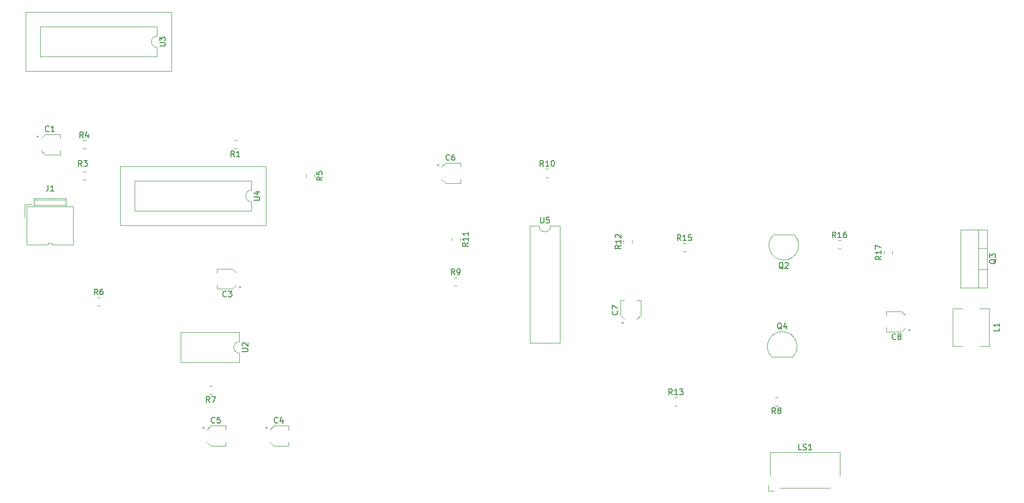
<source format=gbr>
%TF.GenerationSoftware,KiCad,Pcbnew,8.0.8*%
%TF.CreationDate,2026-01-13T22:52:37+05:30*%
%TF.ProjectId,pre audio amplifier,70726520-6175-4646-996f-20616d706c69,rev?*%
%TF.SameCoordinates,Original*%
%TF.FileFunction,Legend,Top*%
%TF.FilePolarity,Positive*%
%FSLAX46Y46*%
G04 Gerber Fmt 4.6, Leading zero omitted, Abs format (unit mm)*
G04 Created by KiCad (PCBNEW 8.0.8) date 2026-01-13 22:52:37*
%MOMM*%
%LPD*%
G01*
G04 APERTURE LIST*
%ADD10C,0.150000*%
%ADD11C,0.120000*%
G04 APERTURE END LIST*
D10*
X98333333Y-82159580D02*
X98285714Y-82207200D01*
X98285714Y-82207200D02*
X98142857Y-82254819D01*
X98142857Y-82254819D02*
X98047619Y-82254819D01*
X98047619Y-82254819D02*
X97904762Y-82207200D01*
X97904762Y-82207200D02*
X97809524Y-82111961D01*
X97809524Y-82111961D02*
X97761905Y-82016723D01*
X97761905Y-82016723D02*
X97714286Y-81826247D01*
X97714286Y-81826247D02*
X97714286Y-81683390D01*
X97714286Y-81683390D02*
X97761905Y-81492914D01*
X97761905Y-81492914D02*
X97809524Y-81397676D01*
X97809524Y-81397676D02*
X97904762Y-81302438D01*
X97904762Y-81302438D02*
X98047619Y-81254819D01*
X98047619Y-81254819D02*
X98142857Y-81254819D01*
X98142857Y-81254819D02*
X98285714Y-81302438D01*
X98285714Y-81302438D02*
X98333333Y-81350057D01*
X99190476Y-81254819D02*
X99000000Y-81254819D01*
X99000000Y-81254819D02*
X98904762Y-81302438D01*
X98904762Y-81302438D02*
X98857143Y-81350057D01*
X98857143Y-81350057D02*
X98761905Y-81492914D01*
X98761905Y-81492914D02*
X98714286Y-81683390D01*
X98714286Y-81683390D02*
X98714286Y-82064342D01*
X98714286Y-82064342D02*
X98761905Y-82159580D01*
X98761905Y-82159580D02*
X98809524Y-82207200D01*
X98809524Y-82207200D02*
X98904762Y-82254819D01*
X98904762Y-82254819D02*
X99095238Y-82254819D01*
X99095238Y-82254819D02*
X99190476Y-82207200D01*
X99190476Y-82207200D02*
X99238095Y-82159580D01*
X99238095Y-82159580D02*
X99285714Y-82064342D01*
X99285714Y-82064342D02*
X99285714Y-81826247D01*
X99285714Y-81826247D02*
X99238095Y-81731009D01*
X99238095Y-81731009D02*
X99190476Y-81683390D01*
X99190476Y-81683390D02*
X99095238Y-81635771D01*
X99095238Y-81635771D02*
X98904762Y-81635771D01*
X98904762Y-81635771D02*
X98809524Y-81683390D01*
X98809524Y-81683390D02*
X98761905Y-81731009D01*
X98761905Y-81731009D02*
X98714286Y-81826247D01*
X176333333Y-113559580D02*
X176285714Y-113607200D01*
X176285714Y-113607200D02*
X176142857Y-113654819D01*
X176142857Y-113654819D02*
X176047619Y-113654819D01*
X176047619Y-113654819D02*
X175904762Y-113607200D01*
X175904762Y-113607200D02*
X175809524Y-113511961D01*
X175809524Y-113511961D02*
X175761905Y-113416723D01*
X175761905Y-113416723D02*
X175714286Y-113226247D01*
X175714286Y-113226247D02*
X175714286Y-113083390D01*
X175714286Y-113083390D02*
X175761905Y-112892914D01*
X175761905Y-112892914D02*
X175809524Y-112797676D01*
X175809524Y-112797676D02*
X175904762Y-112702438D01*
X175904762Y-112702438D02*
X176047619Y-112654819D01*
X176047619Y-112654819D02*
X176142857Y-112654819D01*
X176142857Y-112654819D02*
X176285714Y-112702438D01*
X176285714Y-112702438D02*
X176333333Y-112750057D01*
X176904762Y-113083390D02*
X176809524Y-113035771D01*
X176809524Y-113035771D02*
X176761905Y-112988152D01*
X176761905Y-112988152D02*
X176714286Y-112892914D01*
X176714286Y-112892914D02*
X176714286Y-112845295D01*
X176714286Y-112845295D02*
X176761905Y-112750057D01*
X176761905Y-112750057D02*
X176809524Y-112702438D01*
X176809524Y-112702438D02*
X176904762Y-112654819D01*
X176904762Y-112654819D02*
X177095238Y-112654819D01*
X177095238Y-112654819D02*
X177190476Y-112702438D01*
X177190476Y-112702438D02*
X177238095Y-112750057D01*
X177238095Y-112750057D02*
X177285714Y-112845295D01*
X177285714Y-112845295D02*
X177285714Y-112892914D01*
X177285714Y-112892914D02*
X177238095Y-112988152D01*
X177238095Y-112988152D02*
X177190476Y-113035771D01*
X177190476Y-113035771D02*
X177095238Y-113083390D01*
X177095238Y-113083390D02*
X176904762Y-113083390D01*
X176904762Y-113083390D02*
X176809524Y-113131009D01*
X176809524Y-113131009D02*
X176761905Y-113178628D01*
X176761905Y-113178628D02*
X176714286Y-113273866D01*
X176714286Y-113273866D02*
X176714286Y-113464342D01*
X176714286Y-113464342D02*
X176761905Y-113559580D01*
X176761905Y-113559580D02*
X176809524Y-113607200D01*
X176809524Y-113607200D02*
X176904762Y-113654819D01*
X176904762Y-113654819D02*
X177095238Y-113654819D01*
X177095238Y-113654819D02*
X177190476Y-113607200D01*
X177190476Y-113607200D02*
X177238095Y-113559580D01*
X177238095Y-113559580D02*
X177285714Y-113464342D01*
X177285714Y-113464342D02*
X177285714Y-113273866D01*
X177285714Y-113273866D02*
X177238095Y-113178628D01*
X177238095Y-113178628D02*
X177190476Y-113131009D01*
X177190476Y-113131009D02*
X177095238Y-113083390D01*
X194404819Y-111666666D02*
X194404819Y-112142856D01*
X194404819Y-112142856D02*
X193404819Y-112142856D01*
X194404819Y-110809523D02*
X194404819Y-111380951D01*
X194404819Y-111095237D02*
X193404819Y-111095237D01*
X193404819Y-111095237D02*
X193547676Y-111190475D01*
X193547676Y-111190475D02*
X193642914Y-111285713D01*
X193642914Y-111285713D02*
X193690533Y-111380951D01*
X59333333Y-106059580D02*
X59285714Y-106107200D01*
X59285714Y-106107200D02*
X59142857Y-106154819D01*
X59142857Y-106154819D02*
X59047619Y-106154819D01*
X59047619Y-106154819D02*
X58904762Y-106107200D01*
X58904762Y-106107200D02*
X58809524Y-106011961D01*
X58809524Y-106011961D02*
X58761905Y-105916723D01*
X58761905Y-105916723D02*
X58714286Y-105726247D01*
X58714286Y-105726247D02*
X58714286Y-105583390D01*
X58714286Y-105583390D02*
X58761905Y-105392914D01*
X58761905Y-105392914D02*
X58809524Y-105297676D01*
X58809524Y-105297676D02*
X58904762Y-105202438D01*
X58904762Y-105202438D02*
X59047619Y-105154819D01*
X59047619Y-105154819D02*
X59142857Y-105154819D01*
X59142857Y-105154819D02*
X59285714Y-105202438D01*
X59285714Y-105202438D02*
X59333333Y-105250057D01*
X59666667Y-105154819D02*
X60285714Y-105154819D01*
X60285714Y-105154819D02*
X59952381Y-105535771D01*
X59952381Y-105535771D02*
X60095238Y-105535771D01*
X60095238Y-105535771D02*
X60190476Y-105583390D01*
X60190476Y-105583390D02*
X60238095Y-105631009D01*
X60238095Y-105631009D02*
X60285714Y-105726247D01*
X60285714Y-105726247D02*
X60285714Y-105964342D01*
X60285714Y-105964342D02*
X60238095Y-106059580D01*
X60238095Y-106059580D02*
X60190476Y-106107200D01*
X60190476Y-106107200D02*
X60095238Y-106154819D01*
X60095238Y-106154819D02*
X59809524Y-106154819D01*
X59809524Y-106154819D02*
X59714286Y-106107200D01*
X59714286Y-106107200D02*
X59666667Y-106059580D01*
X165857142Y-95804819D02*
X165523809Y-95328628D01*
X165285714Y-95804819D02*
X165285714Y-94804819D01*
X165285714Y-94804819D02*
X165666666Y-94804819D01*
X165666666Y-94804819D02*
X165761904Y-94852438D01*
X165761904Y-94852438D02*
X165809523Y-94900057D01*
X165809523Y-94900057D02*
X165857142Y-94995295D01*
X165857142Y-94995295D02*
X165857142Y-95138152D01*
X165857142Y-95138152D02*
X165809523Y-95233390D01*
X165809523Y-95233390D02*
X165761904Y-95281009D01*
X165761904Y-95281009D02*
X165666666Y-95328628D01*
X165666666Y-95328628D02*
X165285714Y-95328628D01*
X166809523Y-95804819D02*
X166238095Y-95804819D01*
X166523809Y-95804819D02*
X166523809Y-94804819D01*
X166523809Y-94804819D02*
X166428571Y-94947676D01*
X166428571Y-94947676D02*
X166333333Y-95042914D01*
X166333333Y-95042914D02*
X166238095Y-95090533D01*
X167666666Y-94804819D02*
X167476190Y-94804819D01*
X167476190Y-94804819D02*
X167380952Y-94852438D01*
X167380952Y-94852438D02*
X167333333Y-94900057D01*
X167333333Y-94900057D02*
X167238095Y-95042914D01*
X167238095Y-95042914D02*
X167190476Y-95233390D01*
X167190476Y-95233390D02*
X167190476Y-95614342D01*
X167190476Y-95614342D02*
X167238095Y-95709580D01*
X167238095Y-95709580D02*
X167285714Y-95757200D01*
X167285714Y-95757200D02*
X167380952Y-95804819D01*
X167380952Y-95804819D02*
X167571428Y-95804819D01*
X167571428Y-95804819D02*
X167666666Y-95757200D01*
X167666666Y-95757200D02*
X167714285Y-95709580D01*
X167714285Y-95709580D02*
X167761904Y-95614342D01*
X167761904Y-95614342D02*
X167761904Y-95376247D01*
X167761904Y-95376247D02*
X167714285Y-95281009D01*
X167714285Y-95281009D02*
X167666666Y-95233390D01*
X167666666Y-95233390D02*
X167571428Y-95185771D01*
X167571428Y-95185771D02*
X167380952Y-95185771D01*
X167380952Y-95185771D02*
X167285714Y-95233390D01*
X167285714Y-95233390D02*
X167238095Y-95281009D01*
X167238095Y-95281009D02*
X167190476Y-95376247D01*
X57333333Y-128159580D02*
X57285714Y-128207200D01*
X57285714Y-128207200D02*
X57142857Y-128254819D01*
X57142857Y-128254819D02*
X57047619Y-128254819D01*
X57047619Y-128254819D02*
X56904762Y-128207200D01*
X56904762Y-128207200D02*
X56809524Y-128111961D01*
X56809524Y-128111961D02*
X56761905Y-128016723D01*
X56761905Y-128016723D02*
X56714286Y-127826247D01*
X56714286Y-127826247D02*
X56714286Y-127683390D01*
X56714286Y-127683390D02*
X56761905Y-127492914D01*
X56761905Y-127492914D02*
X56809524Y-127397676D01*
X56809524Y-127397676D02*
X56904762Y-127302438D01*
X56904762Y-127302438D02*
X57047619Y-127254819D01*
X57047619Y-127254819D02*
X57142857Y-127254819D01*
X57142857Y-127254819D02*
X57285714Y-127302438D01*
X57285714Y-127302438D02*
X57333333Y-127350057D01*
X58238095Y-127254819D02*
X57761905Y-127254819D01*
X57761905Y-127254819D02*
X57714286Y-127731009D01*
X57714286Y-127731009D02*
X57761905Y-127683390D01*
X57761905Y-127683390D02*
X57857143Y-127635771D01*
X57857143Y-127635771D02*
X58095238Y-127635771D01*
X58095238Y-127635771D02*
X58190476Y-127683390D01*
X58190476Y-127683390D02*
X58238095Y-127731009D01*
X58238095Y-127731009D02*
X58285714Y-127826247D01*
X58285714Y-127826247D02*
X58285714Y-128064342D01*
X58285714Y-128064342D02*
X58238095Y-128159580D01*
X58238095Y-128159580D02*
X58190476Y-128207200D01*
X58190476Y-128207200D02*
X58095238Y-128254819D01*
X58095238Y-128254819D02*
X57857143Y-128254819D01*
X57857143Y-128254819D02*
X57761905Y-128207200D01*
X57761905Y-128207200D02*
X57714286Y-128159580D01*
X56420833Y-124604819D02*
X56087500Y-124128628D01*
X55849405Y-124604819D02*
X55849405Y-123604819D01*
X55849405Y-123604819D02*
X56230357Y-123604819D01*
X56230357Y-123604819D02*
X56325595Y-123652438D01*
X56325595Y-123652438D02*
X56373214Y-123700057D01*
X56373214Y-123700057D02*
X56420833Y-123795295D01*
X56420833Y-123795295D02*
X56420833Y-123938152D01*
X56420833Y-123938152D02*
X56373214Y-124033390D01*
X56373214Y-124033390D02*
X56325595Y-124081009D01*
X56325595Y-124081009D02*
X56230357Y-124128628D01*
X56230357Y-124128628D02*
X55849405Y-124128628D01*
X56754167Y-123604819D02*
X57420833Y-123604819D01*
X57420833Y-123604819D02*
X56992262Y-124604819D01*
X28333333Y-77159580D02*
X28285714Y-77207200D01*
X28285714Y-77207200D02*
X28142857Y-77254819D01*
X28142857Y-77254819D02*
X28047619Y-77254819D01*
X28047619Y-77254819D02*
X27904762Y-77207200D01*
X27904762Y-77207200D02*
X27809524Y-77111961D01*
X27809524Y-77111961D02*
X27761905Y-77016723D01*
X27761905Y-77016723D02*
X27714286Y-76826247D01*
X27714286Y-76826247D02*
X27714286Y-76683390D01*
X27714286Y-76683390D02*
X27761905Y-76492914D01*
X27761905Y-76492914D02*
X27809524Y-76397676D01*
X27809524Y-76397676D02*
X27904762Y-76302438D01*
X27904762Y-76302438D02*
X28047619Y-76254819D01*
X28047619Y-76254819D02*
X28142857Y-76254819D01*
X28142857Y-76254819D02*
X28285714Y-76302438D01*
X28285714Y-76302438D02*
X28333333Y-76350057D01*
X29285714Y-77254819D02*
X28714286Y-77254819D01*
X29000000Y-77254819D02*
X29000000Y-76254819D01*
X29000000Y-76254819D02*
X28904762Y-76397676D01*
X28904762Y-76397676D02*
X28809524Y-76492914D01*
X28809524Y-76492914D02*
X28714286Y-76540533D01*
X68333333Y-128159580D02*
X68285714Y-128207200D01*
X68285714Y-128207200D02*
X68142857Y-128254819D01*
X68142857Y-128254819D02*
X68047619Y-128254819D01*
X68047619Y-128254819D02*
X67904762Y-128207200D01*
X67904762Y-128207200D02*
X67809524Y-128111961D01*
X67809524Y-128111961D02*
X67761905Y-128016723D01*
X67761905Y-128016723D02*
X67714286Y-127826247D01*
X67714286Y-127826247D02*
X67714286Y-127683390D01*
X67714286Y-127683390D02*
X67761905Y-127492914D01*
X67761905Y-127492914D02*
X67809524Y-127397676D01*
X67809524Y-127397676D02*
X67904762Y-127302438D01*
X67904762Y-127302438D02*
X68047619Y-127254819D01*
X68047619Y-127254819D02*
X68142857Y-127254819D01*
X68142857Y-127254819D02*
X68285714Y-127302438D01*
X68285714Y-127302438D02*
X68333333Y-127350057D01*
X69190476Y-127588152D02*
X69190476Y-128254819D01*
X68952381Y-127207200D02*
X68714286Y-127921485D01*
X68714286Y-127921485D02*
X69333333Y-127921485D01*
X28169166Y-86624819D02*
X28169166Y-87339104D01*
X28169166Y-87339104D02*
X28121547Y-87481961D01*
X28121547Y-87481961D02*
X28026309Y-87577200D01*
X28026309Y-87577200D02*
X27883452Y-87624819D01*
X27883452Y-87624819D02*
X27788214Y-87624819D01*
X29169166Y-87624819D02*
X28597738Y-87624819D01*
X28883452Y-87624819D02*
X28883452Y-86624819D01*
X28883452Y-86624819D02*
X28788214Y-86767676D01*
X28788214Y-86767676D02*
X28692976Y-86862914D01*
X28692976Y-86862914D02*
X28597738Y-86910533D01*
X156674761Y-101250057D02*
X156579523Y-101202438D01*
X156579523Y-101202438D02*
X156484285Y-101107200D01*
X156484285Y-101107200D02*
X156341428Y-100964342D01*
X156341428Y-100964342D02*
X156246190Y-100916723D01*
X156246190Y-100916723D02*
X156150952Y-100916723D01*
X156198571Y-101154819D02*
X156103333Y-101107200D01*
X156103333Y-101107200D02*
X156008095Y-101011961D01*
X156008095Y-101011961D02*
X155960476Y-100821485D01*
X155960476Y-100821485D02*
X155960476Y-100488152D01*
X155960476Y-100488152D02*
X156008095Y-100297676D01*
X156008095Y-100297676D02*
X156103333Y-100202438D01*
X156103333Y-100202438D02*
X156198571Y-100154819D01*
X156198571Y-100154819D02*
X156389047Y-100154819D01*
X156389047Y-100154819D02*
X156484285Y-100202438D01*
X156484285Y-100202438D02*
X156579523Y-100297676D01*
X156579523Y-100297676D02*
X156627142Y-100488152D01*
X156627142Y-100488152D02*
X156627142Y-100821485D01*
X156627142Y-100821485D02*
X156579523Y-101011961D01*
X156579523Y-101011961D02*
X156484285Y-101107200D01*
X156484285Y-101107200D02*
X156389047Y-101154819D01*
X156389047Y-101154819D02*
X156198571Y-101154819D01*
X157008095Y-100250057D02*
X157055714Y-100202438D01*
X157055714Y-100202438D02*
X157150952Y-100154819D01*
X157150952Y-100154819D02*
X157389047Y-100154819D01*
X157389047Y-100154819D02*
X157484285Y-100202438D01*
X157484285Y-100202438D02*
X157531904Y-100250057D01*
X157531904Y-100250057D02*
X157579523Y-100345295D01*
X157579523Y-100345295D02*
X157579523Y-100440533D01*
X157579523Y-100440533D02*
X157531904Y-100583390D01*
X157531904Y-100583390D02*
X156960476Y-101154819D01*
X156960476Y-101154819D02*
X157579523Y-101154819D01*
X99245833Y-102304819D02*
X98912500Y-101828628D01*
X98674405Y-102304819D02*
X98674405Y-101304819D01*
X98674405Y-101304819D02*
X99055357Y-101304819D01*
X99055357Y-101304819D02*
X99150595Y-101352438D01*
X99150595Y-101352438D02*
X99198214Y-101400057D01*
X99198214Y-101400057D02*
X99245833Y-101495295D01*
X99245833Y-101495295D02*
X99245833Y-101638152D01*
X99245833Y-101638152D02*
X99198214Y-101733390D01*
X99198214Y-101733390D02*
X99150595Y-101781009D01*
X99150595Y-101781009D02*
X99055357Y-101828628D01*
X99055357Y-101828628D02*
X98674405Y-101828628D01*
X99722024Y-102304819D02*
X99912500Y-102304819D01*
X99912500Y-102304819D02*
X100007738Y-102257200D01*
X100007738Y-102257200D02*
X100055357Y-102209580D01*
X100055357Y-102209580D02*
X100150595Y-102066723D01*
X100150595Y-102066723D02*
X100198214Y-101876247D01*
X100198214Y-101876247D02*
X100198214Y-101495295D01*
X100198214Y-101495295D02*
X100150595Y-101400057D01*
X100150595Y-101400057D02*
X100102976Y-101352438D01*
X100102976Y-101352438D02*
X100007738Y-101304819D01*
X100007738Y-101304819D02*
X99817262Y-101304819D01*
X99817262Y-101304819D02*
X99722024Y-101352438D01*
X99722024Y-101352438D02*
X99674405Y-101400057D01*
X99674405Y-101400057D02*
X99626786Y-101495295D01*
X99626786Y-101495295D02*
X99626786Y-101733390D01*
X99626786Y-101733390D02*
X99674405Y-101828628D01*
X99674405Y-101828628D02*
X99722024Y-101876247D01*
X99722024Y-101876247D02*
X99817262Y-101923866D01*
X99817262Y-101923866D02*
X100007738Y-101923866D01*
X100007738Y-101923866D02*
X100102976Y-101876247D01*
X100102976Y-101876247D02*
X100150595Y-101828628D01*
X100150595Y-101828628D02*
X100198214Y-101733390D01*
X173804819Y-99055357D02*
X173328628Y-99388690D01*
X173804819Y-99626785D02*
X172804819Y-99626785D01*
X172804819Y-99626785D02*
X172804819Y-99245833D01*
X172804819Y-99245833D02*
X172852438Y-99150595D01*
X172852438Y-99150595D02*
X172900057Y-99102976D01*
X172900057Y-99102976D02*
X172995295Y-99055357D01*
X172995295Y-99055357D02*
X173138152Y-99055357D01*
X173138152Y-99055357D02*
X173233390Y-99102976D01*
X173233390Y-99102976D02*
X173281009Y-99150595D01*
X173281009Y-99150595D02*
X173328628Y-99245833D01*
X173328628Y-99245833D02*
X173328628Y-99626785D01*
X173804819Y-98102976D02*
X173804819Y-98674404D01*
X173804819Y-98388690D02*
X172804819Y-98388690D01*
X172804819Y-98388690D02*
X172947676Y-98483928D01*
X172947676Y-98483928D02*
X173042914Y-98579166D01*
X173042914Y-98579166D02*
X173090533Y-98674404D01*
X172804819Y-97769642D02*
X172804819Y-97102976D01*
X172804819Y-97102976D02*
X173804819Y-97531547D01*
X155333333Y-126604819D02*
X155000000Y-126128628D01*
X154761905Y-126604819D02*
X154761905Y-125604819D01*
X154761905Y-125604819D02*
X155142857Y-125604819D01*
X155142857Y-125604819D02*
X155238095Y-125652438D01*
X155238095Y-125652438D02*
X155285714Y-125700057D01*
X155285714Y-125700057D02*
X155333333Y-125795295D01*
X155333333Y-125795295D02*
X155333333Y-125938152D01*
X155333333Y-125938152D02*
X155285714Y-126033390D01*
X155285714Y-126033390D02*
X155238095Y-126081009D01*
X155238095Y-126081009D02*
X155142857Y-126128628D01*
X155142857Y-126128628D02*
X154761905Y-126128628D01*
X155904762Y-126033390D02*
X155809524Y-125985771D01*
X155809524Y-125985771D02*
X155761905Y-125938152D01*
X155761905Y-125938152D02*
X155714286Y-125842914D01*
X155714286Y-125842914D02*
X155714286Y-125795295D01*
X155714286Y-125795295D02*
X155761905Y-125700057D01*
X155761905Y-125700057D02*
X155809524Y-125652438D01*
X155809524Y-125652438D02*
X155904762Y-125604819D01*
X155904762Y-125604819D02*
X156095238Y-125604819D01*
X156095238Y-125604819D02*
X156190476Y-125652438D01*
X156190476Y-125652438D02*
X156238095Y-125700057D01*
X156238095Y-125700057D02*
X156285714Y-125795295D01*
X156285714Y-125795295D02*
X156285714Y-125842914D01*
X156285714Y-125842914D02*
X156238095Y-125938152D01*
X156238095Y-125938152D02*
X156190476Y-125985771D01*
X156190476Y-125985771D02*
X156095238Y-126033390D01*
X156095238Y-126033390D02*
X155904762Y-126033390D01*
X155904762Y-126033390D02*
X155809524Y-126081009D01*
X155809524Y-126081009D02*
X155761905Y-126128628D01*
X155761905Y-126128628D02*
X155714286Y-126223866D01*
X155714286Y-126223866D02*
X155714286Y-126414342D01*
X155714286Y-126414342D02*
X155761905Y-126509580D01*
X155761905Y-126509580D02*
X155809524Y-126557200D01*
X155809524Y-126557200D02*
X155904762Y-126604819D01*
X155904762Y-126604819D02*
X156095238Y-126604819D01*
X156095238Y-126604819D02*
X156190476Y-126557200D01*
X156190476Y-126557200D02*
X156238095Y-126509580D01*
X156238095Y-126509580D02*
X156285714Y-126414342D01*
X156285714Y-126414342D02*
X156285714Y-126223866D01*
X156285714Y-126223866D02*
X156238095Y-126128628D01*
X156238095Y-126128628D02*
X156190476Y-126081009D01*
X156190476Y-126081009D02*
X156095238Y-126033390D01*
X137269642Y-123304819D02*
X136936309Y-122828628D01*
X136698214Y-123304819D02*
X136698214Y-122304819D01*
X136698214Y-122304819D02*
X137079166Y-122304819D01*
X137079166Y-122304819D02*
X137174404Y-122352438D01*
X137174404Y-122352438D02*
X137222023Y-122400057D01*
X137222023Y-122400057D02*
X137269642Y-122495295D01*
X137269642Y-122495295D02*
X137269642Y-122638152D01*
X137269642Y-122638152D02*
X137222023Y-122733390D01*
X137222023Y-122733390D02*
X137174404Y-122781009D01*
X137174404Y-122781009D02*
X137079166Y-122828628D01*
X137079166Y-122828628D02*
X136698214Y-122828628D01*
X138222023Y-123304819D02*
X137650595Y-123304819D01*
X137936309Y-123304819D02*
X137936309Y-122304819D01*
X137936309Y-122304819D02*
X137841071Y-122447676D01*
X137841071Y-122447676D02*
X137745833Y-122542914D01*
X137745833Y-122542914D02*
X137650595Y-122590533D01*
X138555357Y-122304819D02*
X139174404Y-122304819D01*
X139174404Y-122304819D02*
X138841071Y-122685771D01*
X138841071Y-122685771D02*
X138983928Y-122685771D01*
X138983928Y-122685771D02*
X139079166Y-122733390D01*
X139079166Y-122733390D02*
X139126785Y-122781009D01*
X139126785Y-122781009D02*
X139174404Y-122876247D01*
X139174404Y-122876247D02*
X139174404Y-123114342D01*
X139174404Y-123114342D02*
X139126785Y-123209580D01*
X139126785Y-123209580D02*
X139079166Y-123257200D01*
X139079166Y-123257200D02*
X138983928Y-123304819D01*
X138983928Y-123304819D02*
X138698214Y-123304819D01*
X138698214Y-123304819D02*
X138602976Y-123257200D01*
X138602976Y-123257200D02*
X138555357Y-123209580D01*
X101604819Y-96730357D02*
X101128628Y-97063690D01*
X101604819Y-97301785D02*
X100604819Y-97301785D01*
X100604819Y-97301785D02*
X100604819Y-96920833D01*
X100604819Y-96920833D02*
X100652438Y-96825595D01*
X100652438Y-96825595D02*
X100700057Y-96777976D01*
X100700057Y-96777976D02*
X100795295Y-96730357D01*
X100795295Y-96730357D02*
X100938152Y-96730357D01*
X100938152Y-96730357D02*
X101033390Y-96777976D01*
X101033390Y-96777976D02*
X101081009Y-96825595D01*
X101081009Y-96825595D02*
X101128628Y-96920833D01*
X101128628Y-96920833D02*
X101128628Y-97301785D01*
X101604819Y-95777976D02*
X101604819Y-96349404D01*
X101604819Y-96063690D02*
X100604819Y-96063690D01*
X100604819Y-96063690D02*
X100747676Y-96158928D01*
X100747676Y-96158928D02*
X100842914Y-96254166D01*
X100842914Y-96254166D02*
X100890533Y-96349404D01*
X101604819Y-94825595D02*
X101604819Y-95397023D01*
X101604819Y-95111309D02*
X100604819Y-95111309D01*
X100604819Y-95111309D02*
X100747676Y-95206547D01*
X100747676Y-95206547D02*
X100842914Y-95301785D01*
X100842914Y-95301785D02*
X100890533Y-95397023D01*
X76104819Y-85166666D02*
X75628628Y-85499999D01*
X76104819Y-85738094D02*
X75104819Y-85738094D01*
X75104819Y-85738094D02*
X75104819Y-85357142D01*
X75104819Y-85357142D02*
X75152438Y-85261904D01*
X75152438Y-85261904D02*
X75200057Y-85214285D01*
X75200057Y-85214285D02*
X75295295Y-85166666D01*
X75295295Y-85166666D02*
X75438152Y-85166666D01*
X75438152Y-85166666D02*
X75533390Y-85214285D01*
X75533390Y-85214285D02*
X75581009Y-85261904D01*
X75581009Y-85261904D02*
X75628628Y-85357142D01*
X75628628Y-85357142D02*
X75628628Y-85738094D01*
X75104819Y-84261904D02*
X75104819Y-84738094D01*
X75104819Y-84738094D02*
X75581009Y-84785713D01*
X75581009Y-84785713D02*
X75533390Y-84738094D01*
X75533390Y-84738094D02*
X75485771Y-84642856D01*
X75485771Y-84642856D02*
X75485771Y-84404761D01*
X75485771Y-84404761D02*
X75533390Y-84309523D01*
X75533390Y-84309523D02*
X75581009Y-84261904D01*
X75581009Y-84261904D02*
X75676247Y-84214285D01*
X75676247Y-84214285D02*
X75914342Y-84214285D01*
X75914342Y-84214285D02*
X76009580Y-84261904D01*
X76009580Y-84261904D02*
X76057200Y-84309523D01*
X76057200Y-84309523D02*
X76104819Y-84404761D01*
X76104819Y-84404761D02*
X76104819Y-84642856D01*
X76104819Y-84642856D02*
X76057200Y-84738094D01*
X76057200Y-84738094D02*
X76009580Y-84785713D01*
X47674819Y-62261904D02*
X48484342Y-62261904D01*
X48484342Y-62261904D02*
X48579580Y-62214285D01*
X48579580Y-62214285D02*
X48627200Y-62166666D01*
X48627200Y-62166666D02*
X48674819Y-62071428D01*
X48674819Y-62071428D02*
X48674819Y-61880952D01*
X48674819Y-61880952D02*
X48627200Y-61785714D01*
X48627200Y-61785714D02*
X48579580Y-61738095D01*
X48579580Y-61738095D02*
X48484342Y-61690476D01*
X48484342Y-61690476D02*
X47674819Y-61690476D01*
X47674819Y-61309523D02*
X47674819Y-60690476D01*
X47674819Y-60690476D02*
X48055771Y-61023809D01*
X48055771Y-61023809D02*
X48055771Y-60880952D01*
X48055771Y-60880952D02*
X48103390Y-60785714D01*
X48103390Y-60785714D02*
X48151009Y-60738095D01*
X48151009Y-60738095D02*
X48246247Y-60690476D01*
X48246247Y-60690476D02*
X48484342Y-60690476D01*
X48484342Y-60690476D02*
X48579580Y-60738095D01*
X48579580Y-60738095D02*
X48627200Y-60785714D01*
X48627200Y-60785714D02*
X48674819Y-60880952D01*
X48674819Y-60880952D02*
X48674819Y-61166666D01*
X48674819Y-61166666D02*
X48627200Y-61261904D01*
X48627200Y-61261904D02*
X48579580Y-61309523D01*
X114243095Y-92234819D02*
X114243095Y-93044342D01*
X114243095Y-93044342D02*
X114290714Y-93139580D01*
X114290714Y-93139580D02*
X114338333Y-93187200D01*
X114338333Y-93187200D02*
X114433571Y-93234819D01*
X114433571Y-93234819D02*
X114624047Y-93234819D01*
X114624047Y-93234819D02*
X114719285Y-93187200D01*
X114719285Y-93187200D02*
X114766904Y-93139580D01*
X114766904Y-93139580D02*
X114814523Y-93044342D01*
X114814523Y-93044342D02*
X114814523Y-92234819D01*
X115766904Y-92234819D02*
X115290714Y-92234819D01*
X115290714Y-92234819D02*
X115243095Y-92711009D01*
X115243095Y-92711009D02*
X115290714Y-92663390D01*
X115290714Y-92663390D02*
X115385952Y-92615771D01*
X115385952Y-92615771D02*
X115624047Y-92615771D01*
X115624047Y-92615771D02*
X115719285Y-92663390D01*
X115719285Y-92663390D02*
X115766904Y-92711009D01*
X115766904Y-92711009D02*
X115814523Y-92806247D01*
X115814523Y-92806247D02*
X115814523Y-93044342D01*
X115814523Y-93044342D02*
X115766904Y-93139580D01*
X115766904Y-93139580D02*
X115719285Y-93187200D01*
X115719285Y-93187200D02*
X115624047Y-93234819D01*
X115624047Y-93234819D02*
X115385952Y-93234819D01*
X115385952Y-93234819D02*
X115290714Y-93187200D01*
X115290714Y-93187200D02*
X115243095Y-93139580D01*
X138769642Y-96304819D02*
X138436309Y-95828628D01*
X138198214Y-96304819D02*
X138198214Y-95304819D01*
X138198214Y-95304819D02*
X138579166Y-95304819D01*
X138579166Y-95304819D02*
X138674404Y-95352438D01*
X138674404Y-95352438D02*
X138722023Y-95400057D01*
X138722023Y-95400057D02*
X138769642Y-95495295D01*
X138769642Y-95495295D02*
X138769642Y-95638152D01*
X138769642Y-95638152D02*
X138722023Y-95733390D01*
X138722023Y-95733390D02*
X138674404Y-95781009D01*
X138674404Y-95781009D02*
X138579166Y-95828628D01*
X138579166Y-95828628D02*
X138198214Y-95828628D01*
X139722023Y-96304819D02*
X139150595Y-96304819D01*
X139436309Y-96304819D02*
X139436309Y-95304819D01*
X139436309Y-95304819D02*
X139341071Y-95447676D01*
X139341071Y-95447676D02*
X139245833Y-95542914D01*
X139245833Y-95542914D02*
X139150595Y-95590533D01*
X140626785Y-95304819D02*
X140150595Y-95304819D01*
X140150595Y-95304819D02*
X140102976Y-95781009D01*
X140102976Y-95781009D02*
X140150595Y-95733390D01*
X140150595Y-95733390D02*
X140245833Y-95685771D01*
X140245833Y-95685771D02*
X140483928Y-95685771D01*
X140483928Y-95685771D02*
X140579166Y-95733390D01*
X140579166Y-95733390D02*
X140626785Y-95781009D01*
X140626785Y-95781009D02*
X140674404Y-95876247D01*
X140674404Y-95876247D02*
X140674404Y-96114342D01*
X140674404Y-96114342D02*
X140626785Y-96209580D01*
X140626785Y-96209580D02*
X140579166Y-96257200D01*
X140579166Y-96257200D02*
X140483928Y-96304819D01*
X140483928Y-96304819D02*
X140245833Y-96304819D01*
X140245833Y-96304819D02*
X140150595Y-96257200D01*
X140150595Y-96257200D02*
X140102976Y-96209580D01*
X36833333Y-105804819D02*
X36500000Y-105328628D01*
X36261905Y-105804819D02*
X36261905Y-104804819D01*
X36261905Y-104804819D02*
X36642857Y-104804819D01*
X36642857Y-104804819D02*
X36738095Y-104852438D01*
X36738095Y-104852438D02*
X36785714Y-104900057D01*
X36785714Y-104900057D02*
X36833333Y-104995295D01*
X36833333Y-104995295D02*
X36833333Y-105138152D01*
X36833333Y-105138152D02*
X36785714Y-105233390D01*
X36785714Y-105233390D02*
X36738095Y-105281009D01*
X36738095Y-105281009D02*
X36642857Y-105328628D01*
X36642857Y-105328628D02*
X36261905Y-105328628D01*
X37690476Y-104804819D02*
X37500000Y-104804819D01*
X37500000Y-104804819D02*
X37404762Y-104852438D01*
X37404762Y-104852438D02*
X37357143Y-104900057D01*
X37357143Y-104900057D02*
X37261905Y-105042914D01*
X37261905Y-105042914D02*
X37214286Y-105233390D01*
X37214286Y-105233390D02*
X37214286Y-105614342D01*
X37214286Y-105614342D02*
X37261905Y-105709580D01*
X37261905Y-105709580D02*
X37309524Y-105757200D01*
X37309524Y-105757200D02*
X37404762Y-105804819D01*
X37404762Y-105804819D02*
X37595238Y-105804819D01*
X37595238Y-105804819D02*
X37690476Y-105757200D01*
X37690476Y-105757200D02*
X37738095Y-105709580D01*
X37738095Y-105709580D02*
X37785714Y-105614342D01*
X37785714Y-105614342D02*
X37785714Y-105376247D01*
X37785714Y-105376247D02*
X37738095Y-105281009D01*
X37738095Y-105281009D02*
X37690476Y-105233390D01*
X37690476Y-105233390D02*
X37595238Y-105185771D01*
X37595238Y-105185771D02*
X37404762Y-105185771D01*
X37404762Y-105185771D02*
X37309524Y-105233390D01*
X37309524Y-105233390D02*
X37261905Y-105281009D01*
X37261905Y-105281009D02*
X37214286Y-105376247D01*
X60745833Y-81604819D02*
X60412500Y-81128628D01*
X60174405Y-81604819D02*
X60174405Y-80604819D01*
X60174405Y-80604819D02*
X60555357Y-80604819D01*
X60555357Y-80604819D02*
X60650595Y-80652438D01*
X60650595Y-80652438D02*
X60698214Y-80700057D01*
X60698214Y-80700057D02*
X60745833Y-80795295D01*
X60745833Y-80795295D02*
X60745833Y-80938152D01*
X60745833Y-80938152D02*
X60698214Y-81033390D01*
X60698214Y-81033390D02*
X60650595Y-81081009D01*
X60650595Y-81081009D02*
X60555357Y-81128628D01*
X60555357Y-81128628D02*
X60174405Y-81128628D01*
X61698214Y-81604819D02*
X61126786Y-81604819D01*
X61412500Y-81604819D02*
X61412500Y-80604819D01*
X61412500Y-80604819D02*
X61317262Y-80747676D01*
X61317262Y-80747676D02*
X61222024Y-80842914D01*
X61222024Y-80842914D02*
X61126786Y-80890533D01*
X156404761Y-111850057D02*
X156309523Y-111802438D01*
X156309523Y-111802438D02*
X156214285Y-111707200D01*
X156214285Y-111707200D02*
X156071428Y-111564342D01*
X156071428Y-111564342D02*
X155976190Y-111516723D01*
X155976190Y-111516723D02*
X155880952Y-111516723D01*
X155928571Y-111754819D02*
X155833333Y-111707200D01*
X155833333Y-111707200D02*
X155738095Y-111611961D01*
X155738095Y-111611961D02*
X155690476Y-111421485D01*
X155690476Y-111421485D02*
X155690476Y-111088152D01*
X155690476Y-111088152D02*
X155738095Y-110897676D01*
X155738095Y-110897676D02*
X155833333Y-110802438D01*
X155833333Y-110802438D02*
X155928571Y-110754819D01*
X155928571Y-110754819D02*
X156119047Y-110754819D01*
X156119047Y-110754819D02*
X156214285Y-110802438D01*
X156214285Y-110802438D02*
X156309523Y-110897676D01*
X156309523Y-110897676D02*
X156357142Y-111088152D01*
X156357142Y-111088152D02*
X156357142Y-111421485D01*
X156357142Y-111421485D02*
X156309523Y-111611961D01*
X156309523Y-111611961D02*
X156214285Y-111707200D01*
X156214285Y-111707200D02*
X156119047Y-111754819D01*
X156119047Y-111754819D02*
X155928571Y-111754819D01*
X157214285Y-111088152D02*
X157214285Y-111754819D01*
X156976190Y-110707200D02*
X156738095Y-111421485D01*
X156738095Y-111421485D02*
X157357142Y-111421485D01*
X114769642Y-83304819D02*
X114436309Y-82828628D01*
X114198214Y-83304819D02*
X114198214Y-82304819D01*
X114198214Y-82304819D02*
X114579166Y-82304819D01*
X114579166Y-82304819D02*
X114674404Y-82352438D01*
X114674404Y-82352438D02*
X114722023Y-82400057D01*
X114722023Y-82400057D02*
X114769642Y-82495295D01*
X114769642Y-82495295D02*
X114769642Y-82638152D01*
X114769642Y-82638152D02*
X114722023Y-82733390D01*
X114722023Y-82733390D02*
X114674404Y-82781009D01*
X114674404Y-82781009D02*
X114579166Y-82828628D01*
X114579166Y-82828628D02*
X114198214Y-82828628D01*
X115722023Y-83304819D02*
X115150595Y-83304819D01*
X115436309Y-83304819D02*
X115436309Y-82304819D01*
X115436309Y-82304819D02*
X115341071Y-82447676D01*
X115341071Y-82447676D02*
X115245833Y-82542914D01*
X115245833Y-82542914D02*
X115150595Y-82590533D01*
X116341071Y-82304819D02*
X116436309Y-82304819D01*
X116436309Y-82304819D02*
X116531547Y-82352438D01*
X116531547Y-82352438D02*
X116579166Y-82400057D01*
X116579166Y-82400057D02*
X116626785Y-82495295D01*
X116626785Y-82495295D02*
X116674404Y-82685771D01*
X116674404Y-82685771D02*
X116674404Y-82923866D01*
X116674404Y-82923866D02*
X116626785Y-83114342D01*
X116626785Y-83114342D02*
X116579166Y-83209580D01*
X116579166Y-83209580D02*
X116531547Y-83257200D01*
X116531547Y-83257200D02*
X116436309Y-83304819D01*
X116436309Y-83304819D02*
X116341071Y-83304819D01*
X116341071Y-83304819D02*
X116245833Y-83257200D01*
X116245833Y-83257200D02*
X116198214Y-83209580D01*
X116198214Y-83209580D02*
X116150595Y-83114342D01*
X116150595Y-83114342D02*
X116102976Y-82923866D01*
X116102976Y-82923866D02*
X116102976Y-82685771D01*
X116102976Y-82685771D02*
X116150595Y-82495295D01*
X116150595Y-82495295D02*
X116198214Y-82400057D01*
X116198214Y-82400057D02*
X116245833Y-82352438D01*
X116245833Y-82352438D02*
X116341071Y-82304819D01*
X193875057Y-99595238D02*
X193827438Y-99690476D01*
X193827438Y-99690476D02*
X193732200Y-99785714D01*
X193732200Y-99785714D02*
X193589342Y-99928571D01*
X193589342Y-99928571D02*
X193541723Y-100023809D01*
X193541723Y-100023809D02*
X193541723Y-100119047D01*
X193779819Y-100071428D02*
X193732200Y-100166666D01*
X193732200Y-100166666D02*
X193636961Y-100261904D01*
X193636961Y-100261904D02*
X193446485Y-100309523D01*
X193446485Y-100309523D02*
X193113152Y-100309523D01*
X193113152Y-100309523D02*
X192922676Y-100261904D01*
X192922676Y-100261904D02*
X192827438Y-100166666D01*
X192827438Y-100166666D02*
X192779819Y-100071428D01*
X192779819Y-100071428D02*
X192779819Y-99880952D01*
X192779819Y-99880952D02*
X192827438Y-99785714D01*
X192827438Y-99785714D02*
X192922676Y-99690476D01*
X192922676Y-99690476D02*
X193113152Y-99642857D01*
X193113152Y-99642857D02*
X193446485Y-99642857D01*
X193446485Y-99642857D02*
X193636961Y-99690476D01*
X193636961Y-99690476D02*
X193732200Y-99785714D01*
X193732200Y-99785714D02*
X193779819Y-99880952D01*
X193779819Y-99880952D02*
X193779819Y-100071428D01*
X192779819Y-99309523D02*
X192779819Y-98690476D01*
X192779819Y-98690476D02*
X193160771Y-99023809D01*
X193160771Y-99023809D02*
X193160771Y-98880952D01*
X193160771Y-98880952D02*
X193208390Y-98785714D01*
X193208390Y-98785714D02*
X193256009Y-98738095D01*
X193256009Y-98738095D02*
X193351247Y-98690476D01*
X193351247Y-98690476D02*
X193589342Y-98690476D01*
X193589342Y-98690476D02*
X193684580Y-98738095D01*
X193684580Y-98738095D02*
X193732200Y-98785714D01*
X193732200Y-98785714D02*
X193779819Y-98880952D01*
X193779819Y-98880952D02*
X193779819Y-99166666D01*
X193779819Y-99166666D02*
X193732200Y-99261904D01*
X193732200Y-99261904D02*
X193684580Y-99309523D01*
X127659580Y-108666666D02*
X127707200Y-108714285D01*
X127707200Y-108714285D02*
X127754819Y-108857142D01*
X127754819Y-108857142D02*
X127754819Y-108952380D01*
X127754819Y-108952380D02*
X127707200Y-109095237D01*
X127707200Y-109095237D02*
X127611961Y-109190475D01*
X127611961Y-109190475D02*
X127516723Y-109238094D01*
X127516723Y-109238094D02*
X127326247Y-109285713D01*
X127326247Y-109285713D02*
X127183390Y-109285713D01*
X127183390Y-109285713D02*
X126992914Y-109238094D01*
X126992914Y-109238094D02*
X126897676Y-109190475D01*
X126897676Y-109190475D02*
X126802438Y-109095237D01*
X126802438Y-109095237D02*
X126754819Y-108952380D01*
X126754819Y-108952380D02*
X126754819Y-108857142D01*
X126754819Y-108857142D02*
X126802438Y-108714285D01*
X126802438Y-108714285D02*
X126850057Y-108666666D01*
X126754819Y-108333332D02*
X126754819Y-107666666D01*
X126754819Y-107666666D02*
X127754819Y-108095237D01*
X34333333Y-78304819D02*
X34000000Y-77828628D01*
X33761905Y-78304819D02*
X33761905Y-77304819D01*
X33761905Y-77304819D02*
X34142857Y-77304819D01*
X34142857Y-77304819D02*
X34238095Y-77352438D01*
X34238095Y-77352438D02*
X34285714Y-77400057D01*
X34285714Y-77400057D02*
X34333333Y-77495295D01*
X34333333Y-77495295D02*
X34333333Y-77638152D01*
X34333333Y-77638152D02*
X34285714Y-77733390D01*
X34285714Y-77733390D02*
X34238095Y-77781009D01*
X34238095Y-77781009D02*
X34142857Y-77828628D01*
X34142857Y-77828628D02*
X33761905Y-77828628D01*
X35190476Y-77638152D02*
X35190476Y-78304819D01*
X34952381Y-77257200D02*
X34714286Y-77971485D01*
X34714286Y-77971485D02*
X35333333Y-77971485D01*
X159857142Y-132954819D02*
X159380952Y-132954819D01*
X159380952Y-132954819D02*
X159380952Y-131954819D01*
X160142857Y-132907200D02*
X160285714Y-132954819D01*
X160285714Y-132954819D02*
X160523809Y-132954819D01*
X160523809Y-132954819D02*
X160619047Y-132907200D01*
X160619047Y-132907200D02*
X160666666Y-132859580D01*
X160666666Y-132859580D02*
X160714285Y-132764342D01*
X160714285Y-132764342D02*
X160714285Y-132669104D01*
X160714285Y-132669104D02*
X160666666Y-132573866D01*
X160666666Y-132573866D02*
X160619047Y-132526247D01*
X160619047Y-132526247D02*
X160523809Y-132478628D01*
X160523809Y-132478628D02*
X160333333Y-132431009D01*
X160333333Y-132431009D02*
X160238095Y-132383390D01*
X160238095Y-132383390D02*
X160190476Y-132335771D01*
X160190476Y-132335771D02*
X160142857Y-132240533D01*
X160142857Y-132240533D02*
X160142857Y-132145295D01*
X160142857Y-132145295D02*
X160190476Y-132050057D01*
X160190476Y-132050057D02*
X160238095Y-132002438D01*
X160238095Y-132002438D02*
X160333333Y-131954819D01*
X160333333Y-131954819D02*
X160571428Y-131954819D01*
X160571428Y-131954819D02*
X160714285Y-132002438D01*
X161666666Y-132954819D02*
X161095238Y-132954819D01*
X161380952Y-132954819D02*
X161380952Y-131954819D01*
X161380952Y-131954819D02*
X161285714Y-132097676D01*
X161285714Y-132097676D02*
X161190476Y-132192914D01*
X161190476Y-132192914D02*
X161095238Y-132240533D01*
X34071428Y-83307257D02*
X33738095Y-82831066D01*
X33500000Y-83307257D02*
X33500000Y-82307257D01*
X33500000Y-82307257D02*
X33880952Y-82307257D01*
X33880952Y-82307257D02*
X33976190Y-82354876D01*
X33976190Y-82354876D02*
X34023809Y-82402495D01*
X34023809Y-82402495D02*
X34071428Y-82497733D01*
X34071428Y-82497733D02*
X34071428Y-82640590D01*
X34071428Y-82640590D02*
X34023809Y-82735828D01*
X34023809Y-82735828D02*
X33976190Y-82783447D01*
X33976190Y-82783447D02*
X33880952Y-82831066D01*
X33880952Y-82831066D02*
X33500000Y-82831066D01*
X34404762Y-82307257D02*
X35023809Y-82307257D01*
X35023809Y-82307257D02*
X34690476Y-82688209D01*
X34690476Y-82688209D02*
X34833333Y-82688209D01*
X34833333Y-82688209D02*
X34928571Y-82735828D01*
X34928571Y-82735828D02*
X34976190Y-82783447D01*
X34976190Y-82783447D02*
X35023809Y-82878685D01*
X35023809Y-82878685D02*
X35023809Y-83116780D01*
X35023809Y-83116780D02*
X34976190Y-83212018D01*
X34976190Y-83212018D02*
X34928571Y-83259638D01*
X34928571Y-83259638D02*
X34833333Y-83307257D01*
X34833333Y-83307257D02*
X34547619Y-83307257D01*
X34547619Y-83307257D02*
X34452381Y-83259638D01*
X34452381Y-83259638D02*
X34404762Y-83212018D01*
X128304819Y-97142857D02*
X127828628Y-97476190D01*
X128304819Y-97714285D02*
X127304819Y-97714285D01*
X127304819Y-97714285D02*
X127304819Y-97333333D01*
X127304819Y-97333333D02*
X127352438Y-97238095D01*
X127352438Y-97238095D02*
X127400057Y-97190476D01*
X127400057Y-97190476D02*
X127495295Y-97142857D01*
X127495295Y-97142857D02*
X127638152Y-97142857D01*
X127638152Y-97142857D02*
X127733390Y-97190476D01*
X127733390Y-97190476D02*
X127781009Y-97238095D01*
X127781009Y-97238095D02*
X127828628Y-97333333D01*
X127828628Y-97333333D02*
X127828628Y-97714285D01*
X128304819Y-96190476D02*
X128304819Y-96761904D01*
X128304819Y-96476190D02*
X127304819Y-96476190D01*
X127304819Y-96476190D02*
X127447676Y-96571428D01*
X127447676Y-96571428D02*
X127542914Y-96666666D01*
X127542914Y-96666666D02*
X127590533Y-96761904D01*
X127400057Y-95809523D02*
X127352438Y-95761904D01*
X127352438Y-95761904D02*
X127304819Y-95666666D01*
X127304819Y-95666666D02*
X127304819Y-95428571D01*
X127304819Y-95428571D02*
X127352438Y-95333333D01*
X127352438Y-95333333D02*
X127400057Y-95285714D01*
X127400057Y-95285714D02*
X127495295Y-95238095D01*
X127495295Y-95238095D02*
X127590533Y-95238095D01*
X127590533Y-95238095D02*
X127733390Y-95285714D01*
X127733390Y-95285714D02*
X128304819Y-95857142D01*
X128304819Y-95857142D02*
X128304819Y-95238095D01*
X64174819Y-89261904D02*
X64984342Y-89261904D01*
X64984342Y-89261904D02*
X65079580Y-89214285D01*
X65079580Y-89214285D02*
X65127200Y-89166666D01*
X65127200Y-89166666D02*
X65174819Y-89071428D01*
X65174819Y-89071428D02*
X65174819Y-88880952D01*
X65174819Y-88880952D02*
X65127200Y-88785714D01*
X65127200Y-88785714D02*
X65079580Y-88738095D01*
X65079580Y-88738095D02*
X64984342Y-88690476D01*
X64984342Y-88690476D02*
X64174819Y-88690476D01*
X64508152Y-87785714D02*
X65174819Y-87785714D01*
X64127200Y-88023809D02*
X64841485Y-88261904D01*
X64841485Y-88261904D02*
X64841485Y-87642857D01*
X62084819Y-115771904D02*
X62894342Y-115771904D01*
X62894342Y-115771904D02*
X62989580Y-115724285D01*
X62989580Y-115724285D02*
X63037200Y-115676666D01*
X63037200Y-115676666D02*
X63084819Y-115581428D01*
X63084819Y-115581428D02*
X63084819Y-115390952D01*
X63084819Y-115390952D02*
X63037200Y-115295714D01*
X63037200Y-115295714D02*
X62989580Y-115248095D01*
X62989580Y-115248095D02*
X62894342Y-115200476D01*
X62894342Y-115200476D02*
X62084819Y-115200476D01*
X62180057Y-114771904D02*
X62132438Y-114724285D01*
X62132438Y-114724285D02*
X62084819Y-114629047D01*
X62084819Y-114629047D02*
X62084819Y-114390952D01*
X62084819Y-114390952D02*
X62132438Y-114295714D01*
X62132438Y-114295714D02*
X62180057Y-114248095D01*
X62180057Y-114248095D02*
X62275295Y-114200476D01*
X62275295Y-114200476D02*
X62370533Y-114200476D01*
X62370533Y-114200476D02*
X62513390Y-114248095D01*
X62513390Y-114248095D02*
X63084819Y-114819523D01*
X63084819Y-114819523D02*
X63084819Y-114200476D01*
D11*
%TO.C,C6*%
X96125000Y-83065000D02*
X96500000Y-83065000D01*
X96312500Y-82877500D02*
X96312500Y-83252500D01*
X96929437Y-83440000D02*
X97629437Y-82740000D01*
X96929437Y-85560000D02*
X97629437Y-86260000D01*
X97629437Y-82740000D02*
X100260000Y-82740000D01*
X97629437Y-86260000D02*
X100260000Y-86260000D01*
X100260000Y-82740000D02*
X100260000Y-83440000D01*
X100260000Y-86260000D02*
X100260000Y-85560000D01*
%TO.C,C8*%
X174740000Y-108740000D02*
X174740000Y-109440000D01*
X174740000Y-112260000D02*
X174740000Y-111560000D01*
X177370563Y-108740000D02*
X174740000Y-108740000D01*
X177370563Y-112260000D02*
X174740000Y-112260000D01*
X178070563Y-109440000D02*
X177370563Y-108740000D01*
X178070563Y-111560000D02*
X177370563Y-112260000D01*
X178687500Y-112122500D02*
X178687500Y-111747500D01*
X178875000Y-111935000D02*
X178500000Y-111935000D01*
%TO.C,L1*%
X186300000Y-108200000D02*
X188000000Y-108200000D01*
X186300000Y-114800000D02*
X186300000Y-108200000D01*
X188000000Y-114800000D02*
X186300000Y-114800000D01*
X191000000Y-108200000D02*
X192700000Y-108200000D01*
X192700000Y-108200000D02*
X192700000Y-114800000D01*
X192700000Y-114800000D02*
X191000000Y-114800000D01*
%TO.C,C3*%
X57740000Y-101240000D02*
X57740000Y-101940000D01*
X57740000Y-104760000D02*
X57740000Y-104060000D01*
X60370563Y-101240000D02*
X57740000Y-101240000D01*
X60370563Y-104760000D02*
X57740000Y-104760000D01*
X61070563Y-101940000D02*
X60370563Y-101240000D01*
X61070563Y-104060000D02*
X60370563Y-104760000D01*
X61687500Y-104622500D02*
X61687500Y-104247500D01*
X61875000Y-104435000D02*
X61500000Y-104435000D01*
%TO.C,R16*%
X166272936Y-96265000D02*
X166727064Y-96265000D01*
X166272936Y-97735000D02*
X166727064Y-97735000D01*
%TO.C,C5*%
X55125000Y-129065000D02*
X55500000Y-129065000D01*
X55312500Y-128877500D02*
X55312500Y-129252500D01*
X55929437Y-129440000D02*
X56629437Y-128740000D01*
X55929437Y-131560000D02*
X56629437Y-132260000D01*
X56629437Y-128740000D02*
X59260000Y-128740000D01*
X56629437Y-132260000D02*
X59260000Y-132260000D01*
X59260000Y-128740000D02*
X59260000Y-129440000D01*
X59260000Y-132260000D02*
X59260000Y-131560000D01*
%TO.C,R7*%
X56814564Y-121765000D02*
X56360436Y-121765000D01*
X56814564Y-123235000D02*
X56360436Y-123235000D01*
%TO.C,C1*%
X26125000Y-78065000D02*
X26500000Y-78065000D01*
X26312500Y-77877500D02*
X26312500Y-78252500D01*
X26929437Y-78440000D02*
X27629437Y-77740000D01*
X26929437Y-80560000D02*
X27629437Y-81260000D01*
X27629437Y-77740000D02*
X30260000Y-77740000D01*
X27629437Y-81260000D02*
X30260000Y-81260000D01*
X30260000Y-77740000D02*
X30260000Y-78440000D01*
X30260000Y-81260000D02*
X30260000Y-80560000D01*
%TO.C,C4*%
X66125000Y-129065000D02*
X66500000Y-129065000D01*
X66312500Y-128877500D02*
X66312500Y-129252500D01*
X66929437Y-129440000D02*
X67629437Y-128740000D01*
X66929437Y-131560000D02*
X67629437Y-132260000D01*
X67629437Y-128740000D02*
X70260000Y-128740000D01*
X67629437Y-132260000D02*
X70260000Y-132260000D01*
X70260000Y-128740000D02*
X70260000Y-129440000D01*
X70260000Y-132260000D02*
X70260000Y-131560000D01*
%TO.C,J1*%
X24092500Y-90050000D02*
X24092500Y-92250000D01*
X24432500Y-90340000D02*
X24432500Y-92250000D01*
X24432500Y-90340000D02*
X32562500Y-90340000D01*
X24432500Y-92250000D02*
X24432500Y-97080000D01*
X25392500Y-90050000D02*
X24092500Y-90050000D01*
X25702500Y-88950000D02*
X31292500Y-88950000D01*
X25702500Y-89200000D02*
X31292500Y-89200000D01*
X25702500Y-90090000D02*
X31292500Y-90090000D01*
X25702500Y-90340000D02*
X25702500Y-88950000D01*
X28112500Y-96820000D02*
X28882500Y-96820000D01*
X28112500Y-97080000D02*
X24432500Y-97080000D01*
X28112500Y-97080000D02*
X28112500Y-96820000D01*
X28882500Y-96820000D02*
X28882500Y-97080000D01*
X28882500Y-97080000D02*
X32562500Y-97080000D01*
X31292500Y-90340000D02*
X31292500Y-88950000D01*
X32562500Y-90340000D02*
X32562500Y-92250000D01*
X32562500Y-97080000D02*
X32562500Y-92250000D01*
%TO.C,Q2*%
X158570000Y-95290000D02*
X154970000Y-95290000D01*
X156770000Y-99740000D02*
G75*
G02*
X154931522Y-95301522I0J2600000D01*
G01*
X158608478Y-95301522D02*
G75*
G02*
X156770000Y-99740001I-1838478J-1838478D01*
G01*
%TO.C,R9*%
X99185436Y-102765000D02*
X99639564Y-102765000D01*
X99185436Y-104235000D02*
X99639564Y-104235000D01*
%TO.C,R17*%
X174265000Y-98639564D02*
X174265000Y-98185436D01*
X175735000Y-98639564D02*
X175735000Y-98185436D01*
%TO.C,R8*%
X155727064Y-123765000D02*
X155272936Y-123765000D01*
X155727064Y-125235000D02*
X155272936Y-125235000D01*
%TO.C,R13*%
X137685436Y-123765000D02*
X138139564Y-123765000D01*
X137685436Y-125235000D02*
X138139564Y-125235000D01*
%TO.C,R11*%
X98765000Y-95860436D02*
X98765000Y-96314564D01*
X100235000Y-95860436D02*
X100235000Y-96314564D01*
%TO.C,R5*%
X73265000Y-84772936D02*
X73265000Y-85227064D01*
X74735000Y-84772936D02*
X74735000Y-85227064D01*
%TO.C,U3*%
X24240000Y-56360000D02*
X24240000Y-66640000D01*
X24240000Y-66640000D02*
X49760000Y-66640000D01*
X26780000Y-58850000D02*
X26780000Y-64150000D01*
X26780000Y-64150000D02*
X47220000Y-64150000D01*
X47220000Y-58850000D02*
X26780000Y-58850000D01*
X47220000Y-60500000D02*
X47220000Y-58850000D01*
X47220000Y-64150000D02*
X47220000Y-62500000D01*
X49760000Y-56360000D02*
X24240000Y-56360000D01*
X49760000Y-66640000D02*
X49760000Y-56360000D01*
X47220000Y-62500000D02*
G75*
G02*
X47220000Y-60500000I0J1000000D01*
G01*
%TO.C,U5*%
X112355000Y-93780000D02*
X112355000Y-114220000D01*
X112355000Y-114220000D02*
X117655000Y-114220000D01*
X114005000Y-93780000D02*
X112355000Y-93780000D01*
X117655000Y-93780000D02*
X116005000Y-93780000D01*
X117655000Y-114220000D02*
X117655000Y-93780000D01*
X116005000Y-93780000D02*
G75*
G02*
X114005000Y-93780000I-1000000J0D01*
G01*
%TO.C,R15*%
X139185436Y-96765000D02*
X139639564Y-96765000D01*
X139185436Y-98235000D02*
X139639564Y-98235000D01*
%TO.C,R6*%
X36772936Y-106265000D02*
X37227064Y-106265000D01*
X36772936Y-107735000D02*
X37227064Y-107735000D01*
%TO.C,R1*%
X61139564Y-78765000D02*
X60685436Y-78765000D01*
X61139564Y-80235000D02*
X60685436Y-80235000D01*
%TO.C,Q4*%
X154700000Y-116710000D02*
X158300000Y-116710000D01*
X154661522Y-116698478D02*
G75*
G02*
X156500000Y-112259999I1838478J1838478D01*
G01*
X156500000Y-112260000D02*
G75*
G02*
X158338478Y-116698478I0J-2600000D01*
G01*
%TO.C,R10*%
X115185436Y-83765000D02*
X115639564Y-83765000D01*
X115185436Y-85235000D02*
X115639564Y-85235000D01*
%TO.C,Q3*%
X187684000Y-94380000D02*
X187684000Y-104620000D01*
X190815000Y-94380000D02*
X190815000Y-104620000D01*
X192325000Y-94380000D02*
X187684000Y-94380000D01*
X192325000Y-94380000D02*
X192325000Y-104620000D01*
X192325000Y-97650000D02*
X190815000Y-97650000D01*
X192325000Y-101351000D02*
X190815000Y-101351000D01*
X192325000Y-104620000D02*
X187684000Y-104620000D01*
%TO.C,C7*%
X128240000Y-106740000D02*
X128940000Y-106740000D01*
X128240000Y-109370563D02*
X128240000Y-106740000D01*
X128377500Y-110687500D02*
X128752500Y-110687500D01*
X128565000Y-110875000D02*
X128565000Y-110500000D01*
X128940000Y-110070563D02*
X128240000Y-109370563D01*
X131060000Y-110070563D02*
X131760000Y-109370563D01*
X131760000Y-106740000D02*
X131060000Y-106740000D01*
X131760000Y-109370563D02*
X131760000Y-106740000D01*
%TO.C,R4*%
X34272936Y-78765000D02*
X34727064Y-78765000D01*
X34272936Y-80235000D02*
X34727064Y-80235000D01*
%TO.C,LS1*%
X154050000Y-139100000D02*
X154050000Y-140100000D01*
X154050000Y-140100000D02*
X155050000Y-140100000D01*
X154400000Y-133400000D02*
X166600000Y-133400000D01*
X154400000Y-137550000D02*
X154400000Y-133400000D01*
X164900000Y-139600000D02*
X156100000Y-139600000D01*
X166600000Y-133400000D02*
X166600000Y-137550000D01*
%TO.C,R3*%
X34272936Y-84265000D02*
X34727064Y-84265000D01*
X34272936Y-85735000D02*
X34727064Y-85735000D01*
%TO.C,R12*%
X128765000Y-96727064D02*
X128765000Y-96272936D01*
X130235000Y-96727064D02*
X130235000Y-96272936D01*
%TO.C,U4*%
X40740000Y-83360000D02*
X40740000Y-93640000D01*
X40740000Y-93640000D02*
X66260000Y-93640000D01*
X43280000Y-85850000D02*
X43280000Y-91150000D01*
X43280000Y-91150000D02*
X63720000Y-91150000D01*
X63720000Y-85850000D02*
X43280000Y-85850000D01*
X63720000Y-87500000D02*
X63720000Y-85850000D01*
X63720000Y-91150000D02*
X63720000Y-89500000D01*
X66260000Y-83360000D02*
X40740000Y-83360000D01*
X66260000Y-93640000D02*
X66260000Y-83360000D01*
X63720000Y-89500000D02*
G75*
G02*
X63720000Y-87500000I0J1000000D01*
G01*
%TO.C,U2*%
X51350000Y-112360000D02*
X51350000Y-117660000D01*
X51350000Y-117660000D02*
X61630000Y-117660000D01*
X61630000Y-112360000D02*
X51350000Y-112360000D01*
X61630000Y-114010000D02*
X61630000Y-112360000D01*
X61630000Y-117660000D02*
X61630000Y-116010000D01*
X61630000Y-116010000D02*
G75*
G02*
X61630000Y-114010000I0J1000000D01*
G01*
%TD*%
M02*

</source>
